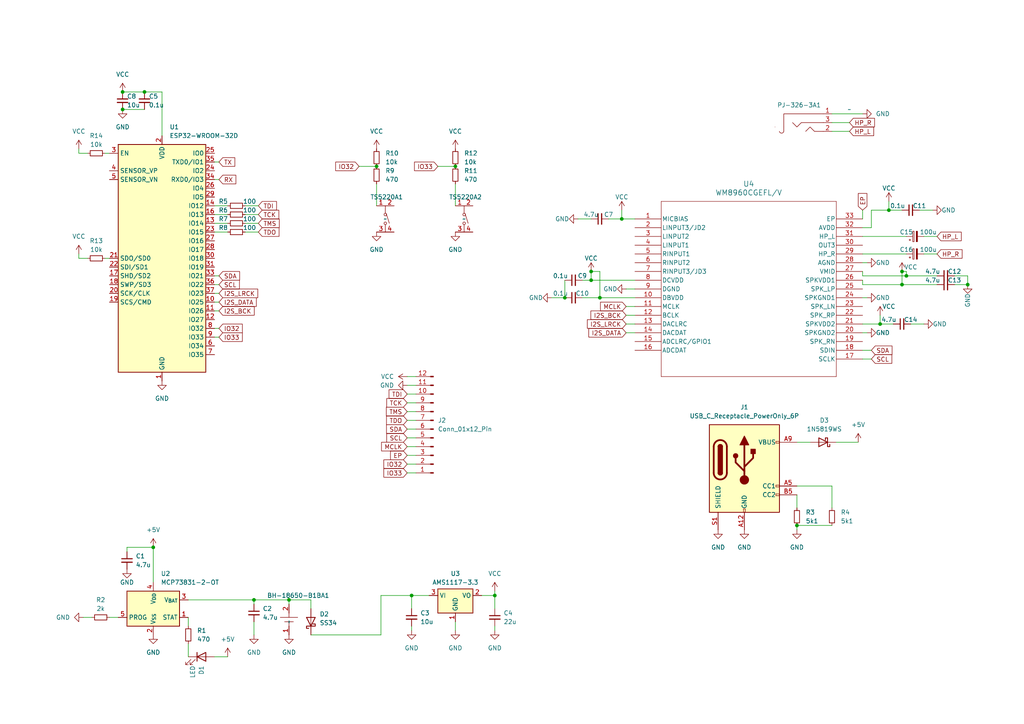
<source format=kicad_sch>
(kicad_sch (version 20230121) (generator eeschema)
  (paper "A4")
  (lib_symbols
    (symbol "2024-02-02_21-49-10:WM8960CGEFL_V" (pin_names (offset 0.254))
      (property "Reference" "U" (at 33.02 10.16 0))
      (property "Value" "WM8960CGEFL/V" (at 33.02 7.62 0))
      (symbol "WM8960CGEFL_V_0_1"
        (polyline (pts (xy 7.62 -45.72) (xy 58.42 -45.72)) (stroke (width 0.127)))
        (polyline (pts (xy 7.62 5.08) (xy 7.62 -45.72)) (stroke (width 0.127)))
        (polyline (pts (xy 58.42 -45.72) (xy 58.42 5.08)) (stroke (width 0.127)))
        (polyline (pts (xy 58.42 5.08) (xy 7.62 5.08)) (stroke (width 0.127)))
        (pin unspecified line (at 0 0 0) (length 7.62) (name "MICBIAS") (number "1"))
        (pin unspecified line (at 0 -22.86 0) (length 7.62) (name "DBVDD") (number "10"))
        (pin unspecified line (at 0 -25.4 0) (length 7.62) (name "MCLK") (number "11"))
        (pin unspecified line (at 0 -27.94 0) (length 7.62) (name "BCLK") (number "12"))
        (pin unspecified line (at 0 -30.48 0) (length 7.62) (name "DACLRC") (number "13"))
        (pin unspecified line (at 0 -33.02 0) (length 7.62) (name "DACDAT") (number "14"))
        (pin unspecified line (at 0 -35.56 0) (length 7.62) (name "ADCLRC/GPIO1") (number "15"))
        (pin unspecified line (at 0 -38.1 0) (length 7.62) (name "ADCDAT") (number "16"))
        (pin unspecified line (at 66.04 -40.64 180) (length 7.62) (name "SCLK") (number "17"))
        (pin unspecified line (at 66.04 -38.1 180) (length 7.62) (name "SDIN") (number "18"))
        (pin unspecified line (at 66.04 -35.56 180) (length 7.62) (name "SPK_RN") (number "19"))
        (pin unspecified line (at 0 -2.54 0) (length 7.62) (name "LINPUT3/JD2") (number "2"))
        (pin unspecified line (at 66.04 -33.02 180) (length 7.62) (name "SPKGND2") (number "20"))
        (pin unspecified line (at 66.04 -30.48 180) (length 7.62) (name "SPKVDD2") (number "21"))
        (pin unspecified line (at 66.04 -27.94 180) (length 7.62) (name "SPK_RP") (number "22"))
        (pin unspecified line (at 66.04 -25.4 180) (length 7.62) (name "SPK_LN") (number "23"))
        (pin unspecified line (at 66.04 -22.86 180) (length 7.62) (name "SPKGND1") (number "24"))
        (pin unspecified line (at 66.04 -20.32 180) (length 7.62) (name "SPK_LP") (number "25"))
        (pin unspecified line (at 66.04 -17.78 180) (length 7.62) (name "SPKVDD1") (number "26"))
        (pin unspecified line (at 66.04 -15.24 180) (length 7.62) (name "VMID") (number "27"))
        (pin unspecified line (at 66.04 -12.7 180) (length 7.62) (name "AGND") (number "28"))
        (pin unspecified line (at 66.04 -10.16 180) (length 7.62) (name "HP_R") (number "29"))
        (pin unspecified line (at 0 -5.08 0) (length 7.62) (name "LINPUT2") (number "3"))
        (pin unspecified line (at 66.04 -7.62 180) (length 7.62) (name "OUT3") (number "30"))
        (pin unspecified line (at 66.04 -5.08 180) (length 7.62) (name "HP_L") (number "31"))
        (pin unspecified line (at 66.04 -2.54 180) (length 7.62) (name "AVDD") (number "32"))
        (pin unspecified line (at 66.04 0 180) (length 7.62) (name "EP") (number "33"))
        (pin unspecified line (at 0 -7.62 0) (length 7.62) (name "LINPUT1") (number "4"))
        (pin unspecified line (at 0 -10.16 0) (length 7.62) (name "RINPUT1") (number "5"))
        (pin unspecified line (at 0 -12.7 0) (length 7.62) (name "RINPUT2") (number "6"))
        (pin unspecified line (at 0 -15.24 0) (length 7.62) (name "RINPUT3/JD3") (number "7"))
        (pin unspecified line (at 0 -17.78 0) (length 7.62) (name "DCVDD") (number "8"))
        (pin unspecified line (at 0 -20.32 0) (length 7.62) (name "DGND") (number "9"))
      )
    )
    (symbol "Battery_Management:MCP73831-2-OT"
      (property "Reference" "U" (at -7.62 6.35 0))
      (property "Value" "MCP73831-2-OT" (at 1.27 6.35 0))
      (symbol "MCP73831-2-OT_0_1"
        (rectangle (start -7.62 5.08) (end 7.62 -5.08) (stroke (width 0.254)) (fill (type background)))
      )
      (symbol "MCP73831-2-OT_1_1"
        (pin tri_state line (at 10.16 -2.54 180) (length 2.54) (name "STAT") (number "1"))
        (pin power_in line (at 0 -7.62 90) (length 2.54) (name "V_{SS}") (number "2"))
        (pin power_out line (at 10.16 2.54 180) (length 2.54) (name "V_{BAT}") (number "3"))
        (pin power_in line (at 0 7.62 270) (length 2.54) (name "V_{DD}") (number "4"))
        (pin input line (at -10.16 -2.54 0) (length 2.54) (name "PROG") (number "5"))
      )
    )
    (symbol "Connector:Conn_01x12_Pin" (pin_names (offset 1.016) hide)
      (property "Reference" "J" (at 0 15.24 0))
      (property "Value" "Conn_01x12_Pin" (at 0 -17.78 0))
      (symbol "Conn_01x12_Pin_1_1"
        (polyline (pts (xy 1.27 -15.24) (xy 0.8636 -15.24)) (stroke (width 0.1524)))
        (polyline (pts (xy 1.27 -12.7) (xy 0.8636 -12.7)) (stroke (width 0.1524)))
        (polyline (pts (xy 1.27 -10.16) (xy 0.8636 -10.16)) (stroke (width 0.1524)))
        (polyline (pts (xy 1.27 -7.62) (xy 0.8636 -7.62)) (stroke (width 0.1524)))
        (polyline (pts (xy 1.27 -5.08) (xy 0.8636 -5.08)) (stroke (width 0.1524)))
        (polyline (pts (xy 1.27 -2.54) (xy 0.8636 -2.54)) (stroke (width 0.1524)))
        (polyline (pts (xy 1.27 0) (xy 0.8636 0)) (stroke (width 0.1524)))
        (polyline (pts (xy 1.27 2.54) (xy 0.8636 2.54)) (stroke (width 0.1524)))
        (polyline (pts (xy 1.27 5.08) (xy 0.8636 5.08)) (stroke (width 0.1524)))
        (polyline (pts (xy 1.27 7.62) (xy 0.8636 7.62)) (stroke (width 0.1524)))
        (polyline (pts (xy 1.27 10.16) (xy 0.8636 10.16)) (stroke (width 0.1524)))
        (polyline (pts (xy 1.27 12.7) (xy 0.8636 12.7)) (stroke (width 0.1524)))
        (rectangle (start 0.8636 -15.113) (end 0 -15.367) (stroke (width 0.1524)) (fill (type outline)))
        (rectangle (start 0.8636 -12.573) (end 0 -12.827) (stroke (width 0.1524)) (fill (type outline)))
        (rectangle (start 0.8636 -10.033) (end 0 -10.287) (stroke (width 0.1524)) (fill (type outline)))
        (rectangle (start 0.8636 -7.493) (end 0 -7.747) (stroke (width 0.1524)) (fill (type outline)))
        (rectangle (start 0.8636 -4.953) (end 0 -5.207) (stroke (width 0.1524)) (fill (type outline)))
        (rectangle (start 0.8636 -2.413) (end 0 -2.667) (stroke (width 0.1524)) (fill (type outline)))
        (rectangle (start 0.8636 0.127) (end 0 -0.127) (stroke (width 0.1524)) (fill (type outline)))
        (rectangle (start 0.8636 2.667) (end 0 2.413) (stroke (width 0.1524)) (fill (type outline)))
        (rectangle (start 0.8636 5.207) (end 0 4.953) (stroke (width 0.1524)) (fill (type outline)))
        (rectangle (start 0.8636 7.747) (end 0 7.493) (stroke (width 0.1524)) (fill (type outline)))
        (rectangle (start 0.8636 10.287) (end 0 10.033) (stroke (width 0.1524)) (fill (type outline)))
        (rectangle (start 0.8636 12.827) (end 0 12.573) (stroke (width 0.1524)) (fill (type outline)))
        (pin passive line (at 5.08 12.7 180) (length 3.81) (name "Pin_1") (number "1"))
        (pin passive line (at 5.08 -10.16 180) (length 3.81) (name "Pin_10") (number "10"))
        (pin passive line (at 5.08 -12.7 180) (length 3.81) (name "Pin_11") (number "11"))
        (pin passive line (at 5.08 -15.24 180) (length 3.81) (name "Pin_12") (number "12"))
        (pin passive line (at 5.08 10.16 180) (length 3.81) (name "Pin_2") (number "2"))
        (pin passive line (at 5.08 7.62 180) (length 3.81) (name "Pin_3") (number "3"))
        (pin passive line (at 5.08 5.08 180) (length 3.81) (name "Pin_4") (number "4"))
        (pin passive line (at 5.08 2.54 180) (length 3.81) (name "Pin_5") (number "5"))
        (pin passive line (at 5.08 0 180) (length 3.81) (name "Pin_6") (number "6"))
        (pin passive line (at 5.08 -2.54 180) (length 3.81) (name "Pin_7") (number "7"))
        (pin passive line (at 5.08 -5.08 180) (length 3.81) (name "Pin_8") (number "8"))
        (pin passive line (at 5.08 -7.62 180) (length 3.81) (name "Pin_9") (number "9"))
      )
    )
    (symbol "Connector:USB_C_Receptacle_PowerOnly_6P" (pin_names (offset 1.016))
      (property "Reference" "J" (at 0 16.51 0))
      (property "Value" "USB_C_Receptacle_PowerOnly_6P" (at 0 13.97 0))
      (symbol "USB_C_Receptacle_PowerOnly_6P_0_0"
        (rectangle (start -0.254 -12.7) (end 0.254 -11.684))
        (rectangle (start 10.16 -7.366) (end 9.144 -7.874))
        (rectangle (start 10.16 -4.826) (end 9.144 -5.334))
        (rectangle (start 10.16 7.874) (end 9.144 7.366))
      )
      (symbol "USB_C_Receptacle_PowerOnly_6P_0_1"
        (rectangle (start -10.16 12.7) (end 10.16 -12.7) (stroke (width 0.254)) (fill (type background)))
        (arc (start -8.89 -1.27) (mid -6.985 -3.1667) (end -5.08 -1.27) (stroke (width 0.508)))
        (arc (start -7.62 -1.27) (mid -6.985 -1.9023) (end -6.35 -1.27) (stroke (width 0.254)))
        (arc (start -7.62 -1.27) (mid -6.985 -1.9023) (end -6.35 -1.27) (stroke (width 0.254)) (fill (type outline)))
        (rectangle (start -7.62 -1.27) (end -6.35 6.35) (stroke (width 0.254)) (fill (type outline)))
        (arc (start -6.35 6.35) (mid -6.985 6.9823) (end -7.62 6.35) (stroke (width 0.254)))
        (arc (start -6.35 6.35) (mid -6.985 6.9823) (end -7.62 6.35) (stroke (width 0.254)) (fill (type outline)))
        (arc (start -5.08 6.35) (mid -6.985 8.2467) (end -8.89 6.35) (stroke (width 0.508)))
        (circle (center -2.54 3.683) (radius 0.635) (stroke (width 0.254)) (fill (type outline)))
        (circle (center 0 -3.302) (radius 1.27) (fill (type outline)))
        (polyline (pts (xy -8.89 -1.27) (xy -8.89 6.35)) (stroke (width 0.508)))
        (polyline (pts (xy -5.08 6.35) (xy -5.08 -1.27)) (stroke (width 0.508)))
        (polyline (pts (xy 0 -3.302) (xy 0 6.858)) (stroke (width 0.508)))
        (polyline (pts (xy 0 -0.762) (xy -2.54 1.778) (xy -2.54 3.048)) (stroke (width 0.508)))
        (polyline (pts (xy 0 0.508) (xy 2.54 3.048) (xy 2.54 4.318)) (stroke (width 0.508)))
        (polyline (pts (xy -1.27 6.858) (xy 0 9.398) (xy 1.27 6.858) (xy -1.27 6.858)) (stroke (width 0.254)) (fill (type outline)))
        (rectangle (start 1.905 4.318) (end 3.175 5.588) (stroke (width 0.254)) (fill (type outline)))
      )
      (symbol "USB_C_Receptacle_PowerOnly_6P_1_1"
        (pin passive line (at 0 -17.78 90) (length 5.08) (name "GND") (number "A12"))
        (pin bidirectional line (at 15.24 -5.08 180) (length 5.08) (name "CC1") (number "A5"))
        (pin passive line (at 15.24 7.62 180) (length 5.08) (name "VBUS") (number "A9"))
        (pin passive line (at 0 -17.78 90) (length 5.08) hide (name "GND") (number "B12"))
        (pin bidirectional line (at 15.24 -7.62 180) (length 5.08) (name "CC2") (number "B5"))
        (pin passive line (at 15.24 7.62 180) (length 5.08) hide (name "VBUS") (number "B9"))
        (pin passive line (at -7.62 -17.78 90) (length 5.08) (name "SHIELD") (number "S1"))
      )
    )
    (symbol "Device:C_Polarized_Small" (pin_numbers hide) (pin_names (offset 0.254) hide)
      (property "Reference" "C" (at 0.254 1.778 0))
      (property "Value" "C_Polarized_Small" (at 0.254 -2.032 0))
      (symbol "C_Polarized_Small_0_1"
        (rectangle (start -1.524 -0.3048) (end 1.524 -0.6858) (fill (type outline)))
        (rectangle (start -1.524 0.6858) (end 1.524 0.3048))
        (polyline (pts (xy -1.27 1.524) (xy -0.762 1.524)))
        (polyline (pts (xy -1.016 1.27) (xy -1.016 1.778)))
      )
      (symbol "C_Polarized_Small_1_1"
        (pin passive line (at 0 2.54 270) (length 1.8542) (name "~") (number "1"))
        (pin passive line (at 0 -2.54 90) (length 1.8542) (name "~") (number "2"))
      )
    )
    (symbol "Device:C_Small" (pin_numbers hide) (pin_names (offset 0.254) hide)
      (property "Reference" "C" (at 0.254 1.778 0))
      (property "Value" "C_Small" (at 0.254 -2.032 0))
      (symbol "C_Small_0_1"
        (polyline (pts (xy -1.524 -0.508) (xy 1.524 -0.508)) (stroke (width 0.3302)))
        (polyline (pts (xy -1.524 0.508) (xy 1.524 0.508)) (stroke (width 0.3048)))
      )
      (symbol "C_Small_1_1"
        (pin passive line (at 0 2.54 270) (length 2.032) (name "~") (number "1"))
        (pin passive line (at 0 -2.54 90) (length 2.032) (name "~") (number "2"))
      )
    )
    (symbol "Device:LED" (pin_numbers hide) (pin_names (offset 1.016) hide)
      (property "Reference" "D" (at 0 2.54 0))
      (property "Value" "LED" (at 0 -2.54 0))
      (symbol "LED_0_1"
        (polyline (pts (xy -1.27 -1.27) (xy -1.27 1.27)) (stroke (width 0.254)))
        (polyline (pts (xy -1.27 0) (xy 1.27 0)))
        (polyline (pts (xy 1.27 -1.27) (xy 1.27 1.27) (xy -1.27 0) (xy 1.27 -1.27)) (stroke (width 0.254)))
        (polyline (pts (xy -3.048 -0.762) (xy -4.572 -2.286) (xy -3.81 -2.286) (xy -4.572 -2.286) (xy -4.572 -1.524)))
        (polyline (pts (xy -1.778 -0.762) (xy -3.302 -2.286) (xy -2.54 -2.286) (xy -3.302 -2.286) (xy -3.302 -1.524)))
      )
      (symbol "LED_1_1"
        (pin passive line (at -3.81 0 0) (length 2.54) (name "K") (number "1"))
        (pin passive line (at 3.81 0 180) (length 2.54) (name "A") (number "2"))
      )
    )
    (symbol "Device:R_Small" (pin_numbers hide) (pin_names (offset 0.254) hide)
      (property "Reference" "R" (at 0.762 0.508 0))
      (property "Value" "R_Small" (at 0.762 -1.016 0))
      (symbol "R_Small_0_1"
        (rectangle (start -0.762 1.778) (end 0.762 -1.778) (stroke (width 0.2032)))
      )
      (symbol "R_Small_1_1"
        (pin passive line (at 0 2.54 270) (length 0.762) (name "~") (number "1"))
        (pin passive line (at 0 -2.54 90) (length 0.762) (name "~") (number "2"))
      )
    )
    (symbol "Diode:1N5819WS" (pin_numbers hide) (pin_names (offset 1.016) hide)
      (property "Reference" "D" (at 0 2.54 0))
      (property "Value" "1N5819WS" (at 0 -2.54 0))
      (symbol "1N5819WS_0_1"
        (polyline (pts (xy 1.27 0) (xy -1.27 0)))
        (polyline (pts (xy 1.27 1.27) (xy 1.27 -1.27) (xy -1.27 0) (xy 1.27 1.27)) (stroke (width 0.254)))
        (polyline (pts (xy -1.905 0.635) (xy -1.905 1.27) (xy -1.27 1.27) (xy -1.27 -1.27) (xy -0.635 -1.27) (xy -0.635 -0.635)) (stroke (width 0.254)))
      )
      (symbol "1N5819WS_1_1"
        (pin passive line (at -3.81 0 0) (length 2.54) (name "K") (number "1"))
        (pin passive line (at 3.81 0 180) (length 2.54) (name "A") (number "2"))
      )
    )
    (symbol "PJ-326-3A_1"
      (property "Reference" "PJ-326-3A" (at -6.35 5.08 0))
      (symbol "PJ-326-3A_1_0_1"
        (arc (start -15.24 -1.27) (mid -15.24 -1.27) (end -15.24 -1.27))
        (arc (start -13.97 -2.54) (mid -13.335 -3.0597) (end -12.7 -2.54))
        (polyline (pts (xy -12.7 -1.27) (xy -12.7 -2.54)))
        (polyline (pts (xy -1.27 2.54) (xy -12.7 2.54) (xy -12.7 -1.27)))
        (polyline (pts (xy -1.27 -2.54) (xy -3.81 -2.54) (xy -5.08 -1.27) (xy -6.35 -2.54)))
        (polyline (pts (xy -1.27 0) (xy -7.62 0) (xy -8.89 -1.27) (xy -10.16 0) (xy -10.16 0)))
      )
      (symbol "PJ-326-3A_1_1_1"
        (pin input line (at 1.27 2.54 180) (length 2.54) (name "") (number "1"))
        (pin input line (at 1.27 -2.54 180) (length 2.54) (name "") (number "2"))
        (pin input line (at 1.27 0 180) (length 2.54) (name "") (number "3"))
      )
    )
    (symbol "RF_Module:ESP32-WROOM-32D"
      (property "Reference" "U" (at -12.7 34.29 0))
      (property "Value" "ESP32-WROOM-32D" (at 1.27 34.29 0))
      (symbol "ESP32-WROOM-32D_0_1"
        (rectangle (start -12.7 33.02) (end 12.7 -33.02) (stroke (width 0.254)) (fill (type background)))
      )
      (symbol "ESP32-WROOM-32D_1_1"
        (pin power_in line (at 0 -35.56 90) (length 2.54) (name "GND") (number "1"))
        (pin bidirectional line (at 15.24 -12.7 180) (length 2.54) (name "IO25") (number "10"))
        (pin bidirectional line (at 15.24 -15.24 180) (length 2.54) (name "IO26") (number "11"))
        (pin bidirectional line (at 15.24 -17.78 180) (length 2.54) (name "IO27") (number "12"))
        (pin bidirectional line (at 15.24 10.16 180) (length 2.54) (name "IO14") (number "13"))
        (pin bidirectional line (at 15.24 15.24 180) (length 2.54) (name "IO12") (number "14"))
        (pin passive line (at 0 -35.56 90) (length 2.54) hide (name "GND") (number "15"))
        (pin bidirectional line (at 15.24 12.7 180) (length 2.54) (name "IO13") (number "16"))
        (pin bidirectional line (at -15.24 -5.08 0) (length 2.54) (name "SHD/SD2") (number "17"))
        (pin bidirectional line (at -15.24 -7.62 0) (length 2.54) (name "SWP/SD3") (number "18"))
        (pin bidirectional line (at -15.24 -12.7 0) (length 2.54) (name "SCS/CMD") (number "19"))
        (pin power_in line (at 0 35.56 270) (length 2.54) (name "VDD") (number "2"))
        (pin bidirectional line (at -15.24 -10.16 0) (length 2.54) (name "SCK/CLK") (number "20"))
        (pin bidirectional line (at -15.24 0 0) (length 2.54) (name "SDO/SD0") (number "21"))
        (pin bidirectional line (at -15.24 -2.54 0) (length 2.54) (name "SDI/SD1") (number "22"))
        (pin bidirectional line (at 15.24 7.62 180) (length 2.54) (name "IO15") (number "23"))
        (pin bidirectional line (at 15.24 25.4 180) (length 2.54) (name "IO2") (number "24"))
        (pin bidirectional line (at 15.24 30.48 180) (length 2.54) (name "IO0") (number "25"))
        (pin bidirectional line (at 15.24 20.32 180) (length 2.54) (name "IO4") (number "26"))
        (pin bidirectional line (at 15.24 5.08 180) (length 2.54) (name "IO16") (number "27"))
        (pin bidirectional line (at 15.24 2.54 180) (length 2.54) (name "IO17") (number "28"))
        (pin bidirectional line (at 15.24 17.78 180) (length 2.54) (name "IO5") (number "29"))
        (pin input line (at -15.24 30.48 0) (length 2.54) (name "EN") (number "3"))
        (pin bidirectional line (at 15.24 0 180) (length 2.54) (name "IO18") (number "30"))
        (pin bidirectional line (at 15.24 -2.54 180) (length 2.54) (name "IO19") (number "31"))
        (pin no_connect line (at -12.7 -27.94 0) (length 2.54) hide (name "NC") (number "32"))
        (pin bidirectional line (at 15.24 -5.08 180) (length 2.54) (name "IO21") (number "33"))
        (pin bidirectional line (at 15.24 22.86 180) (length 2.54) (name "RXD0/IO3") (number "34"))
        (pin bidirectional line (at 15.24 27.94 180) (length 2.54) (name "TXD0/IO1") (number "35"))
        (pin bidirectional line (at 15.24 -7.62 180) (length 2.54) (name "IO22") (number "36"))
        (pin bidirectional line (at 15.24 -10.16 180) (length 2.54) (name "IO23") (number "37"))
        (pin passive line (at 0 -35.56 90) (length 2.54) hide (name "GND") (number "38"))
        (pin passive line (at 0 -35.56 90) (length 2.54) hide (name "GND") (number "39"))
        (pin input line (at -15.24 25.4 0) (length 2.54) (name "SENSOR_VP") (number "4"))
        (pin input line (at -15.24 22.86 0) (length 2.54) (name "SENSOR_VN") (number "5"))
        (pin input line (at 15.24 -25.4 180) (length 2.54) (name "IO34") (number "6"))
        (pin input line (at 15.24 -27.94 180) (length 2.54) (name "IO35") (number "7"))
        (pin bidirectional line (at 15.24 -20.32 180) (length 2.54) (name "IO32") (number "8"))
        (pin bidirectional line (at 15.24 -22.86 180) (length 2.54) (name "IO33") (number "9"))
      )
    )
    (symbol "Regulator_Linear:AMS1117-3.3"
      (property "Reference" "U" (at -3.81 3.175 0))
      (property "Value" "AMS1117-3.3" (at 0 3.175 0))
      (symbol "AMS1117-3.3_0_1"
        (rectangle (start -5.08 -5.08) (end 5.08 1.905) (stroke (width 0.254)) (fill (type background)))
      )
      (symbol "AMS1117-3.3_1_1"
        (pin power_in line (at 0 -7.62 90) (length 2.54) (name "GND") (number "1"))
        (pin power_out line (at 7.62 0 180) (length 2.54) (name "VO") (number "2"))
        (pin power_in line (at -7.62 0 0) (length 2.54) (name "VI") (number "3"))
      )
    )
    (symbol "imported:BH-18650-B1BA002"
      (property "Reference" "BH-18650-B1BA002" (at 0 5.08 0))
      (property "Footprint" "imported:BH-18650-B1BA002" (at 0 7.62 0))
      (symbol "BH-18650-B1BA002_0_1"
        (polyline (pts (xy -1.27 0) (xy 0 0) (xy 0 1.27) (xy 0 -1.27)))
        (polyline (pts (xy 1.27 2.54) (xy 1.27 -2.54) (xy 1.27 0) (xy 2.54 0)))
      )
      (symbol "BH-18650-B1BA002_1_1"
        (pin unspecified line (at -3.81 0 0) (length 2.54) (name "") (number "1"))
        (pin power_out line (at 5.08 0 180) (length 2.54) (name "") (number "2"))
      )
    )
    (symbol "imported:SS34" (pin_numbers hide) (pin_names (offset 1.016) hide)
      (property "Reference" "D" (at 0 2.54 0))
      (property "Value" "SS34" (at 0 -2.54 0))
      (property "Footprint" "imported:SS34" (at 0 5.08 0))
      (symbol "SS34_0_1"
        (polyline (pts (xy 1.27 0) (xy -1.27 0)))
        (polyline (pts (xy 1.27 1.27) (xy 1.27 -1.27) (xy -1.27 0) (xy 1.27 1.27)) (stroke (width 0.254)))
        (polyline (pts (xy -1.905 0.635) (xy -1.905 1.27) (xy -1.27 1.27) (xy -1.27 -1.27) (xy -0.635 -1.27) (xy -0.635 -0.635)) (stroke (width 0.254)))
      )
      (symbol "SS34_1_1"
        (pin passive line (at -3.81 0 0) (length 2.54) (name "K") (number "1"))
        (pin passive line (at 3.81 0 180) (length 2.54) (name "A") (number "2"))
      )
    )
    (symbol "imported:TS5220A"
      (property "Reference" "TS5220A" (at 0 6.35 0))
      (symbol "TS5220A_0_1"
        (circle (center 0 -1.27) (radius 0.3742))
        (polyline (pts (xy 0 -3.81) (xy -0.0136 -1.688)))
        (polyline (pts (xy 0 3.81) (xy -0.0136 1.6447)))
        (polyline (pts (xy 0.2543 1.5585) (xy 1.156 -1.2548)))
        (circle (center 0 1.27) (radius 0.3742))
      )
      (symbol "TS5220A_1_1"
        (pin input line (at -2.54 3.81 0) (length 2.54) (name "") (number "1"))
        (pin input line (at 2.54 3.81 180) (length 2.54) (name "") (number "2"))
        (pin input line (at -2.54 -3.81 0) (length 2.54) (name "") (number "3"))
        (pin input line (at 2.54 -3.81 180) (length 2.54) (name "") (number "4"))
      )
    )
    (symbol "power:+5V" (power) (pin_names (offset 0))
      (property "Value" "+5V" (at 0 3.556 0))
      (symbol "+5V_0_1"
        (polyline (pts (xy -0.762 1.27) (xy 0 2.54)))
        (polyline (pts (xy 0 0) (xy 0 2.54)))
        (polyline (pts (xy 0 2.54) (xy 0.762 1.27)))
      )
      (symbol "+5V_1_1"
        (pin power_in line (at 0 0 90) (length 0) hide (name "+5V") (number "1"))
      )
    )
    (symbol "power:GND" (power) (pin_names (offset 0))
      (property "Value" "GND" (at 0 -3.81 0))
      (symbol "GND_0_1"
        (polyline (pts (xy 0 0) (xy 0 -1.27) (xy 1.27 -1.27) (xy 0 -2.54) (xy -1.27 -1.27) (xy 0 -1.27)))
      )
      (symbol "GND_1_1"
        (pin power_in line (at 0 0 270) (length 0) hide (name "GND") (number "1"))
      )
    )
    (symbol "power:VCC" (power) (pin_names (offset 0))
      (property "Value" "VCC" (at 0 3.81 0))
      (symbol "VCC_0_1"
        (polyline (pts (xy -0.762 1.27) (xy 0 2.54)))
        (polyline (pts (xy 0 0) (xy 0 2.54)))
        (polyline (pts (xy 0 2.54) (xy 0.762 1.27)))
      )
      (symbol "VCC_1_1"
        (pin power_in line (at 0 0 90) (length 0) hide (name "VCC") (number "1"))
      )
    )
  )
  (junction (at 261.62 78.74))
  (junction (at 261.62 82.55))
  (junction (at 132.08 48.26))
  (junction (at 280.67 82.55))
  (junction (at 180.34 63.5))
  (junction (at 143.51 172.72))
  (junction (at 41.91 26.67))
  (junction (at 35.56 31.75))
  (junction (at 257.81 60.96))
  (junction (at 119.38 172.72))
  (junction (at 44.45 158.75))
  (junction (at 262.89 80.01))
  (junction (at 83.82 173.99))
  (junction (at 73.66 173.99))
  (junction (at 231.14 152.4))
  (junction (at 109.22 48.26))
  (junction (at 173.99 86.36))
  (junction (at 255.27 93.98))
  (junction (at 35.56 26.67))
  (junction (at 163.83 86.36))
  (junction (at 171.45 81.28))
  (junction (at 171.45 78.74))
  (wire (pts (xy 250.19 82.55) (xy 250.19 81.28)))
  (wire (pts (xy 54.61 179.07) (xy 54.61 181.61)))
  (wire (pts (xy 110.49 172.72) (xy 119.38 172.72)))
  (wire (pts (xy 73.66 173.99) (xy 73.66 175.26)))
  (wire (pts (xy 109.22 53.34) (xy 109.22 59.69)))
  (wire (pts (xy 54.61 173.99) (xy 73.66 173.99)))
  (wire (pts (xy 266.7 60.96) (xy 270.51 60.96)))
  (wire (pts (xy 173.99 78.74) (xy 173.99 86.36)))
  (wire (pts (xy 62.23 82.55) (xy 63.5 82.55)))
  (wire (pts (xy 31.75 179.07) (xy 34.29 179.07)))
  (wire (pts (xy 250.19 86.36) (xy 251.46 86.36)))
  (wire (pts (xy 143.51 172.72) (xy 143.51 176.53)))
  (wire (pts (xy 261.62 60.96) (xy 257.81 60.96)))
  (wire (pts (xy 44.45 158.75) (xy 44.45 168.91)))
  (wire (pts (xy 71.12 62.23) (xy 74.93 62.23)))
  (wire (pts (xy 250.19 73.66) (xy 262.89 73.66)))
  (wire (pts (xy 66.04 67.31) (xy 62.23 67.31)))
  (wire (pts (xy 257.81 58.42) (xy 257.81 60.96)))
  (wire (pts (xy 262.89 78.74) (xy 261.62 78.74)))
  (wire (pts (xy 119.38 181.61) (xy 119.38 182.88)))
  (wire (pts (xy 71.12 67.31) (xy 74.93 67.31)))
  (wire (pts (xy 181.61 83.82) (xy 184.15 83.82)))
  (wire (pts (xy 30.48 44.45) (xy 31.75 44.45)))
  (wire (pts (xy 241.3 35.56) (xy 246.38 35.56)))
  (wire (pts (xy 276.86 80.01) (xy 280.67 80.01)))
  (wire (pts (xy 132.08 182.88) (xy 132.08 180.34)))
  (wire (pts (xy 181.61 96.52) (xy 184.15 96.52)))
  (wire (pts (xy 267.97 68.58) (xy 271.78 68.58)))
  (wire (pts (xy 119.38 172.72) (xy 119.38 176.53)))
  (wire (pts (xy 180.34 60.96) (xy 180.34 63.5)))
  (wire (pts (xy 83.82 173.99) (xy 73.66 173.99)))
  (wire (pts (xy 62.23 90.17) (xy 63.5 90.17)))
  (wire (pts (xy 90.17 176.53) (xy 90.17 173.99)))
  (wire (pts (xy 139.7 172.72) (xy 143.51 172.72)))
  (wire (pts (xy 250.19 76.2) (xy 251.46 76.2)))
  (wire (pts (xy 118.11 132.08) (xy 120.65 132.08)))
  (wire (pts (xy 35.56 26.67) (xy 41.91 26.67)))
  (wire (pts (xy 30.48 74.93) (xy 31.75 74.93)))
  (wire (pts (xy 257.81 60.96) (xy 252.73 60.96)))
  (wire (pts (xy 181.61 88.9) (xy 184.15 88.9)))
  (wire (pts (xy 261.62 78.74) (xy 261.62 82.55)))
  (wire (pts (xy 62.23 190.5) (xy 66.04 190.5)))
  (wire (pts (xy 168.91 86.36) (xy 173.99 86.36)))
  (wire (pts (xy 73.66 180.34) (xy 73.66 184.15)))
  (wire (pts (xy 181.61 93.98) (xy 184.15 93.98)))
  (wire (pts (xy 83.82 175.26) (xy 83.82 173.99)))
  (wire (pts (xy 118.11 119.38) (xy 120.65 119.38)))
  (wire (pts (xy 171.45 78.74) (xy 173.99 78.74)))
  (wire (pts (xy 66.04 64.77) (xy 62.23 64.77)))
  (wire (pts (xy 250.19 93.98) (xy 255.27 93.98)))
  (wire (pts (xy 118.11 127) (xy 120.65 127)))
  (wire (pts (xy 127 48.26) (xy 132.08 48.26)))
  (wire (pts (xy 250.19 96.52) (xy 251.46 96.52)))
  (wire (pts (xy 24.13 179.07) (xy 26.67 179.07)))
  (wire (pts (xy 46.99 39.37) (xy 46.99 26.67)))
  (wire (pts (xy 264.16 93.98) (xy 267.97 93.98)))
  (wire (pts (xy 118.11 121.92) (xy 120.65 121.92)))
  (wire (pts (xy 66.04 59.69) (xy 62.23 59.69)))
  (wire (pts (xy 171.45 81.28) (xy 184.15 81.28)))
  (wire (pts (xy 66.04 62.23) (xy 62.23 62.23)))
  (wire (pts (xy 22.86 74.93) (xy 25.4 74.93)))
  (wire (pts (xy 250.19 68.58) (xy 262.89 68.58)))
  (wire (pts (xy 250.19 104.14) (xy 252.73 104.14)))
  (wire (pts (xy 118.11 109.22) (xy 120.65 109.22)))
  (wire (pts (xy 231.14 152.4) (xy 241.3 152.4)))
  (wire (pts (xy 36.83 160.02) (xy 36.83 158.75)))
  (wire (pts (xy 22.86 44.45) (xy 25.4 44.45)))
  (wire (pts (xy 118.11 116.84) (xy 120.65 116.84)))
  (wire (pts (xy 71.12 59.69) (xy 74.93 59.69)))
  (wire (pts (xy 110.49 184.15) (xy 110.49 172.72)))
  (wire (pts (xy 36.83 158.75) (xy 44.45 158.75)))
  (wire (pts (xy 250.19 60.96) (xy 250.19 63.5)))
  (wire (pts (xy 143.51 181.61) (xy 143.51 182.88)))
  (wire (pts (xy 119.38 172.72) (xy 124.46 172.72)))
  (wire (pts (xy 181.61 91.44) (xy 184.15 91.44)))
  (wire (pts (xy 171.45 78.74) (xy 171.45 81.28)))
  (wire (pts (xy 255.27 91.44) (xy 255.27 93.98)))
  (wire (pts (xy 62.23 95.25) (xy 63.5 95.25)))
  (wire (pts (xy 41.91 26.67) (xy 46.99 26.67)))
  (wire (pts (xy 261.62 82.55) (xy 271.78 82.55)))
  (wire (pts (xy 241.3 33.02) (xy 250.19 33.02)))
  (wire (pts (xy 250.19 82.55) (xy 261.62 82.55)))
  (wire (pts (xy 54.61 186.69) (xy 54.61 190.5)))
  (wire (pts (xy 280.67 80.01) (xy 280.67 82.55)))
  (wire (pts (xy 62.23 46.99) (xy 63.5 46.99)))
  (wire (pts (xy 143.51 172.72) (xy 143.51 171.45)))
  (wire (pts (xy 242.57 128.27) (xy 248.92 128.27)))
  (wire (pts (xy 62.23 97.79) (xy 63.5 97.79)))
  (wire (pts (xy 118.11 137.16) (xy 120.65 137.16)))
  (wire (pts (xy 250.19 101.6) (xy 252.73 101.6)))
  (wire (pts (xy 62.23 52.07) (xy 63.5 52.07)))
  (wire (pts (xy 252.73 60.96) (xy 252.73 66.04)))
  (wire (pts (xy 262.89 80.01) (xy 271.78 80.01)))
  (wire (pts (xy 90.17 184.15) (xy 110.49 184.15)))
  (wire (pts (xy 231.14 128.27) (xy 234.95 128.27)))
  (wire (pts (xy 132.08 53.34) (xy 132.08 59.69)))
  (wire (pts (xy 255.27 93.98) (xy 259.08 93.98)))
  (wire (pts (xy 104.14 48.26) (xy 109.22 48.26)))
  (wire (pts (xy 276.86 82.55) (xy 280.67 82.55)))
  (wire (pts (xy 231.14 152.4) (xy 231.14 153.67)))
  (wire (pts (xy 262.89 78.74) (xy 262.89 80.01)))
  (wire (pts (xy 90.17 173.99) (xy 83.82 173.99)))
  (wire (pts (xy 118.11 114.3) (xy 120.65 114.3)))
  (wire (pts (xy 118.11 124.46) (xy 120.65 124.46)))
  (wire (pts (xy 71.12 64.77) (xy 74.93 64.77)))
  (wire (pts (xy 35.56 31.75) (xy 41.91 31.75)))
  (wire (pts (xy 176.53 63.5) (xy 180.34 63.5)))
  (wire (pts (xy 267.97 73.66) (xy 271.78 73.66)))
  (wire (pts (xy 62.23 85.09) (xy 63.5 85.09)))
  (wire (pts (xy 118.11 134.62) (xy 120.65 134.62)))
  (wire (pts (xy 118.11 111.76) (xy 120.65 111.76)))
  (wire (pts (xy 62.23 80.01) (xy 63.5 80.01)))
  (wire (pts (xy 22.86 43.18) (xy 22.86 44.45)))
  (wire (pts (xy 250.19 80.01) (xy 250.19 78.74)))
  (wire (pts (xy 231.14 140.97) (xy 241.3 140.97)))
  (wire (pts (xy 180.34 63.5) (xy 184.15 63.5)))
  (wire (pts (xy 250.19 80.01) (xy 262.89 80.01)))
  (wire (pts (xy 22.86 73.66) (xy 22.86 74.93)))
  (wire (pts (xy 160.02 86.36) (xy 163.83 86.36)))
  (wire (pts (xy 241.3 38.1) (xy 246.38 38.1)))
  (wire (pts (xy 252.73 66.04) (xy 250.19 66.04)))
  (wire (pts (xy 62.23 87.63) (xy 63.5 87.63)))
  (wire (pts (xy 163.83 81.28) (xy 163.83 86.36)))
  (wire (pts (xy 118.11 129.54) (xy 120.65 129.54)))
  (wire (pts (xy 241.3 140.97) (xy 241.3 147.32)))
  (wire (pts (xy 168.91 81.28) (xy 171.45 81.28)))
  (wire (pts (xy 231.14 143.51) (xy 231.14 147.32)))
  (wire (pts (xy 167.64 63.5) (xy 171.45 63.5)))
  (wire (pts (xy 173.99 86.36) (xy 184.15 86.36)))
  (global_label "IO33" (shape input) (at 127 48.26 180) (property "Intersheetrefs" "${INTERSHEET_REFS}" (effects hide)))
  (global_label "IO32" (shape input) (at 63.5 95.25 0) (property "Intersheetrefs" "${INTERSHEET_REFS}" (effects hide)))
  (global_label "I2S_DATA" (shape input) (at 181.61 96.52 180) (property "Intersheetrefs" "${INTERSHEET_REFS}" (effects hide)))
  (global_label "SDA" (shape input) (at 63.5 80.01 0) (property "Intersheetrefs" "${INTERSHEET_REFS}" (effects hide)))
  (global_label "I2S_DATA" (shape input) (at 63.5 87.63 0) (property "Intersheetrefs" "${INTERSHEET_REFS}" (effects hide)))
  (global_label "IO32" (shape input) (at 104.14 48.26 180) (property "Intersheetrefs" "${INTERSHEET_REFS}" (effects hide)))
  (global_label "TMS" (shape input) (at 74.93 64.77 0) (property "Intersheetrefs" "${INTERSHEET_REFS}" (effects hide)))
  (global_label "TX" (shape input) (at 63.5 46.99 0) (property "Intersheetrefs" "${INTERSHEET_REFS}" (effects hide)))
  (global_label "TCK" (shape input) (at 74.93 62.23 0) (property "Intersheetrefs" "${INTERSHEET_REFS}" (effects hide)))
  (global_label "TDI" (shape input) (at 118.11 114.3 180) (property "Intersheetrefs" "${INTERSHEET_REFS}" (effects hide)))
  (global_label "TCK" (shape input) (at 118.11 116.84 180) (property "Intersheetrefs" "${INTERSHEET_REFS}" (effects hide)))
  (global_label "TMS" (shape input) (at 118.11 119.38 180) (property "Intersheetrefs" "${INTERSHEET_REFS}" (effects hide)))
  (global_label "SCL" (shape input) (at 63.5 82.55 0) (property "Intersheetrefs" "${INTERSHEET_REFS}" (effects hide)))
  (global_label "SCL" (shape input) (at 118.11 127 180) (property "Intersheetrefs" "${INTERSHEET_REFS}" (effects hide)))
  (global_label "IO32" (shape input) (at 118.11 134.62 180) (property "Intersheetrefs" "${INTERSHEET_REFS}" (effects hide)))
  (global_label "RX" (shape input) (at 63.5 52.07 0) (property "Intersheetrefs" "${INTERSHEET_REFS}" (effects hide)))
  (global_label "I2S_LRCK" (shape input) (at 63.5 85.09 0) (property "Intersheetrefs" "${INTERSHEET_REFS}" (effects hide)))
  (global_label "EP" (shape input) (at 250.19 60.96 90) (property "Intersheetrefs" "${INTERSHEET_REFS}" (effects hide)))
  (global_label "I2S_BCK" (shape input) (at 181.61 91.44 180) (property "Intersheetrefs" "${INTERSHEET_REFS}" (effects hide)))
  (global_label "IO33" (shape input) (at 118.11 137.16 180) (property "Intersheetrefs" "${INTERSHEET_REFS}" (effects hide)))
  (global_label "I2S_LRCK" (shape input) (at 181.61 93.98 180) (property "Intersheetrefs" "${INTERSHEET_REFS}" (effects hide)))
  (global_label "SDA" (shape input) (at 118.11 124.46 180) (property "Intersheetrefs" "${INTERSHEET_REFS}" (effects hide)))
  (global_label "HP_L" (shape input) (at 271.78 68.58 0) (property "Intersheetrefs" "${INTERSHEET_REFS}" (effects hide)))
  (global_label "TDO" (shape input) (at 74.93 67.31 0) (property "Intersheetrefs" "${INTERSHEET_REFS}" (effects hide)))
  (global_label "HP_L" (shape input) (at 246.38 38.1 0) (property "Intersheetrefs" "${INTERSHEET_REFS}" (effects hide)))
  (global_label "SDA" (shape input) (at 252.73 101.6 0) (property "Intersheetrefs" "${INTERSHEET_REFS}" (effects hide)))
  (global_label "TDI" (shape input) (at 74.93 59.69 0) (property "Intersheetrefs" "${INTERSHEET_REFS}" (effects hide)))
  (global_label "TDO" (shape input) (at 118.11 121.92 180) (property "Intersheetrefs" "${INTERSHEET_REFS}" (effects hide)))
  (global_label "I2S_BCK" (shape input) (at 63.5 90.17 0) (property "Intersheetrefs" "${INTERSHEET_REFS}" (effects hide)))
  (global_label "IO33" (shape input) (at 63.5 97.79 0) (property "Intersheetrefs" "${INTERSHEET_REFS}" (effects hide)))
  (global_label "EP" (shape input) (at 118.11 132.08 180) (property "Intersheetrefs" "${INTERSHEET_REFS}" (effects hide)))
  (global_label "MCLK" (shape input) (at 118.11 129.54 180) (property "Intersheetrefs" "${INTERSHEET_REFS}" (effects hide)))
  (global_label "HP_R" (shape input) (at 246.38 35.56 0) (property "Intersheetrefs" "${INTERSHEET_REFS}" (effects hide)))
  (global_label "MCLK" (shape input) (at 181.61 88.9 180) (property "Intersheetrefs" "${INTERSHEET_REFS}" (effects hide)))
  (global_label "HP_R" (shape input) (at 271.78 73.66 0) (property "Intersheetrefs" "${INTERSHEET_REFS}" (effects hide)))
  (global_label "SCL" (shape input) (at 252.73 104.14 0) (property "Intersheetrefs" "${INTERSHEET_REFS}" (effects hide)))
  (symbol (lib_id "power:VCC") (at 143.51 171.45 0) (unit 1)
    (property "Reference" "#PWR021" (effects hide))
    (property "Value" "VCC" (at 143.51 166.37 0))
  )
  (symbol (lib_id "Device:R_Small") (at 68.58 67.31 90) (unit 1)
    (property "Reference" "R8" (at 64.77 66.04 90))
    (property "Value" "100" (at 72.39 66.04 90))
    (property "Footprint" "Resistor_SMD:R_0603_1608Metric" (effects hide))
  )
  (symbol (lib_id "Device:C_Small") (at 41.91 29.21 0) (unit 1)
    (property "Reference" "C5" (at 43.18 27.94 0) (effects (justify left)))
    (property "Value" "0.1u" (at 43.18 30.48 0) (effects (justify left)))
    (property "Footprint" "Capacitor_SMD:C_0603_1608Metric" (effects hide))
  )
  (symbol (lib_id "Device:R_Small") (at 241.3 149.86 0) (unit 1)
    (property "Reference" "R4" (at 243.84 148.59 0) (effects (justify left)))
    (property "Value" "5k1" (at 243.84 151.13 0) (effects (justify left)))
    (property "Footprint" "Resistor_SMD:R_0603_1608Metric" (effects hide))
  )
  (symbol (lib_id "RF_Module:ESP32-WROOM-32D") (at 46.99 74.93 0) (unit 1)
    (property "Reference" "U1" (at 49.1841 36.83 0) (effects (justify left)))
    (property "Value" "ESP32-WROOM-32D" (at 49.1841 39.37 0) (effects (justify left)))
    (property "Footprint" "RF_Module:ESP32-WROOM-32D" (effects hide))
    (property "Datasheet" "https://www.espressif.com/sites/default/files/documentation/esp32-wroom-32d_esp32-wroom-32u_datasheet_en.pdf" (effects hide))
  )
  (symbol (lib_id "imported:TS5220A") (at 111.76 63.5 0) (unit 1)
    (property "Reference" "TS5220A1" (at 112.1509 57.15 0))
    (property "Value" "~" (at 111.76 63.5 0))
    (property "Footprint" "imported:TS5220A" (effects hide))
  )
  (symbol (lib_id "power:GND") (at 36.83 165.1 0) (unit 1)
    (property "Reference" "#PWR014" (effects hide))
    (property "Value" "GND" (at 36.83 168.91 0))
  )
  (symbol (lib_id "power:+5V") (at 66.04 190.5 0) (unit 1)
    (property "Reference" "#PWR017" (effects hide))
    (property "Value" "+5V" (at 66.04 185.42 0))
  )
  (symbol (lib_id "Device:LED") (at 58.42 190.5 0) (unit 1)
    (property "Reference" "D1" (at 58.42 193.04 90) (effects (justify right)))
    (property "Value" "LED" (at 55.88 193.04 90) (effects (justify right)))
    (property "Footprint" "LED_SMD:LED_0603_1608Metric" (effects hide))
  )
  (symbol (lib_id "power:GND") (at 267.97 93.98 90) (unit 1)
    (property "Reference" "#PWR028" (effects hide))
    (property "Value" "GND" (at 270.51 93.98 90) (effects (justify right)))
  )
  (symbol (lib_id "imported:TS5220A") (at 134.62 63.5 0) (unit 1)
    (property "Reference" "TS5220A2" (at 135.0109 57.15 0))
    (property "Value" "~" (at 134.62 63.5 0))
    (property "Footprint" "imported:TS5220A" (effects hide))
  )
  (symbol (lib_id "Device:C_Small") (at 264.16 60.96 90) (unit 1)
    (property "Reference" "C11" (at 266.7 59.69 90))
    (property "Value" "0.1u" (at 260.35 59.69 90))
    (property "Footprint" "Capacitor_SMD:C_0603_1608Metric" (effects hide))
  )
  (symbol (lib_id "Device:C_Small") (at 35.56 29.21 0) (unit 1)
    (property "Reference" "C8" (at 36.83 27.94 0) (effects (justify left)))
    (property "Value" "10u" (at 36.83 30.48 0) (effects (justify left)))
    (property "Footprint" "Capacitor_SMD:C_0603_1608Metric" (effects hide))
  )
  (symbol (lib_id "power:GND") (at 208.28 153.67 0) (unit 1)
    (property "Reference" "#PWR09" (effects hide))
    (property "Value" "GND" (at 208.28 158.75 0))
  )
  (symbol (lib_id "power:VCC") (at 171.45 78.74 0) (unit 1)
    (property "Reference" "#PWR031" (effects hide))
    (property "Value" "VCC" (at 171.45 74.93 0))
  )
  (symbol (lib_id "power:GND") (at 44.45 184.15 0) (unit 1)
    (property "Reference" "#PWR015" (effects hide))
    (property "Value" "GND" (at 44.45 189.23 0))
  )
  (symbol (lib_name "PJ-326-3A_1") (lib_id "imported:PJ-326-3A") (at 240.03 35.56 0) (unit 1)
    (property "Reference" "PJ-326-3A1" (at 231.7749 30.48 0))
    (property "Value" "~" (at 246.38 31.75 0))
    (property "Footprint" "imported:PJ-326-3A" (effects hide))
  )
  (symbol (lib_id "2024-02-02_21-49-10:WM8960CGEFL_V") (at 184.15 63.5 0) (unit 1)
    (property "Reference" "U4" (at 217.17 53.34 0) (effects (font (size 1.524 1.524))))
    (property "Value" "WM8960CGEFL/V" (at 217.17 55.88 0) (effects (font (size 1.524 1.524))))
    (property "Footprint" "WM8960CGEFL/V_CIR" (effects hide))
    (property "Datasheet" "WM8960CGEFL/V" (effects hide))
  )
  (symbol (lib_id "Device:R_Small") (at 54.61 184.15 0) (unit 1)
    (property "Reference" "R1" (at 57.15 182.88 0) (effects (justify left)))
    (property "Value" "470" (at 57.15 185.42 0) (effects (justify left)))
    (property "Footprint" "Resistor_SMD:R_0603_1608Metric" (effects hide))
  )
  (symbol (lib_id "Device:R_Small") (at 132.08 45.72 0) (unit 1)
    (property "Reference" "R12" (at 134.62 44.45 0) (effects (justify left)))
    (property "Value" "10k" (at 134.62 46.99 0) (effects (justify left)))
    (property "Footprint" "Resistor_SMD:R_0603_1608Metric" (effects hide))
  )
  (symbol (lib_id "Device:C_Small") (at 274.32 80.01 90) (unit 1)
    (property "Reference" "C12" (at 276.86 78.74 90))
    (property "Value" "4.7u" (at 270.51 78.74 90))
    (property "Footprint" "Capacitor_SMD:C_0603_1608Metric" (effects hide))
  )
  (symbol (lib_id "Device:R_Small") (at 231.14 149.86 0) (unit 1)
    (property "Reference" "R3" (at 233.68 148.59 0) (effects (justify left)))
    (property "Value" "5k1" (at 233.68 151.13 0) (effects (justify left)))
    (property "Footprint" "Resistor_SMD:R_0603_1608Metric" (effects hide))
  )
  (symbol (lib_id "Device:C_Small") (at 173.99 63.5 90) (unit 1)
    (property "Reference" "C7" (at 176.53 62.23 90))
    (property "Value" "4.7u" (at 171.45 62.23 90))
    (property "Footprint" "Capacitor_SMD:C_0603_1608Metric" (effects hide))
  )
  (symbol (lib_id "Device:C_Small") (at 261.62 93.98 90) (unit 1)
    (property "Reference" "C14" (at 264.16 92.71 90))
    (property "Value" "4.7u" (at 257.81 92.71 90))
    (property "Footprint" "Capacitor_SMD:C_0603_1608Metric" (effects hide))
  )
  (symbol (lib_id "Device:C_Small") (at 73.66 177.8 0) (unit 1)
    (property "Reference" "C2" (at 76.2 176.5363 0) (effects (justify left)))
    (property "Value" "4.7u" (at 76.2 179.0763 0) (effects (justify left)))
    (property "Footprint" "Capacitor_SMD:C_0603_1608Metric" (effects hide))
  )
  (symbol (lib_id "Device:R_Small") (at 68.58 64.77 90) (unit 1)
    (property "Reference" "R7" (at 64.77 63.5 90))
    (property "Value" "100" (at 72.39 63.5 90))
    (property "Footprint" "Resistor_SMD:R_0603_1608Metric" (effects hide))
  )
  (symbol (lib_id "power:GND") (at 250.19 33.02 90) (unit 1)
    (property "Reference" "#PWR024" (effects hide))
    (property "Value" "GND" (at 254 33.02 90) (effects (justify right)))
  )
  (symbol (lib_id "power:GND") (at 132.08 182.88 0) (unit 1)
    (property "Reference" "#PWR020" (effects hide))
    (property "Value" "GND" (at 132.08 187.96 0))
  )
  (symbol (lib_id "Device:C_Small") (at 166.37 86.36 90) (unit 1)
    (property "Reference" "C10" (at 168.91 85.09 90))
    (property "Value" "0.1u" (at 162.56 85.09 90))
    (property "Footprint" "Capacitor_SMD:C_0603_1608Metric" (effects hide))
  )
  (symbol (lib_id "power:GND") (at 280.67 82.55 0) (unit 1)
    (property "Reference" "#PWR027" (effects hide))
    (property "Value" "GND" (at 280.67 85.09 90) (effects (justify right)))
  )
  (symbol (lib_id "Device:R_Small") (at 27.94 44.45 90) (unit 1)
    (property "Reference" "R14" (at 27.94 39.37 90))
    (property "Value" "10k" (at 27.94 41.91 90))
    (property "Footprint" "Resistor_SMD:R_0603_1608Metric" (effects hide))
  )
  (symbol (lib_id "power:GND") (at 181.61 83.82 270) (unit 1)
    (property "Reference" "#PWR035" (effects hide))
    (property "Value" "GND" (at 179.07 83.82 90) (effects (justify right)))
  )
  (symbol (lib_id "power:GND") (at 109.22 67.31 0) (unit 1)
    (property "Reference" "#PWR07" (effects hide))
    (property "Value" "GND" (at 109.22 72.39 0))
  )
  (symbol (lib_id "power:VCC") (at 109.22 43.18 0) (unit 1)
    (property "Reference" "#PWR04" (effects hide))
    (property "Value" "VCC" (at 109.22 38.1 0))
  )
  (symbol (lib_id "power:VCC") (at 22.86 73.66 0) (unit 1)
    (property "Reference" "#PWR042" (effects hide))
    (property "Value" "VCC" (at 22.86 68.58 0))
  )
  (symbol (lib_id "power:GND") (at 35.56 31.75 0) (unit 1)
    (property "Reference" "#PWR02" (effects hide))
    (property "Value" "GND" (at 35.56 36.83 0))
  )
  (symbol (lib_id "power:GND") (at 119.38 182.88 0) (unit 1)
    (property "Reference" "#PWR022" (effects hide))
    (property "Value" "GND" (at 119.38 187.96 0))
  )
  (symbol (lib_id "power:GND") (at 132.08 67.31 0) (unit 1)
    (property "Reference" "#PWR08" (effects hide))
    (property "Value" "GND" (at 132.08 72.39 0))
  )
  (symbol (lib_id "power:+5V") (at 44.45 158.75 0) (unit 1)
    (property "Reference" "#PWR013" (effects hide))
    (property "Value" "+5V" (at 44.45 153.67 0))
  )
  (symbol (lib_id "power:GND") (at 160.02 86.36 270) (unit 1)
    (property "Reference" "#PWR029" (effects hide))
    (property "Value" "GND" (at 157.48 86.36 90) (effects (justify right)))
  )
  (symbol (lib_id "power:GND") (at 118.11 111.76 270) (unit 1)
    (property "Reference" "#PWR040" (effects hide))
    (property "Value" "GND" (at 114.3 111.76 90) (effects (justify right)))
  )
  (symbol (lib_id "power:VCC") (at 118.11 109.22 90) (unit 1)
    (property "Reference" "#PWR039" (effects hide))
    (property "Value" "VCC" (at 114.3 109.22 90) (effects (justify left)))
  )
  (symbol (lib_id "Device:C_Small") (at 36.83 162.56 0) (unit 1)
    (property "Reference" "C1" (at 39.37 161.2963 0) (effects (justify left)))
    (property "Value" "4.7u" (at 39.37 163.8363 0) (effects (justify left)))
    (property "Footprint" "Capacitor_SMD:C_0603_1608Metric" (effects hide))
  )
  (symbol (lib_id "Device:R_Small") (at 27.94 74.93 90) (unit 1)
    (property "Reference" "R13" (at 27.94 69.85 90))
    (property "Value" "10k" (at 27.94 72.39 90))
    (property "Footprint" "Resistor_SMD:R_0603_1608Metric" (effects hide))
  )
  (symbol (lib_id "power:GND") (at 83.82 184.15 0) (unit 1)
    (property "Reference" "#PWR019" (effects hide))
    (property "Value" "GND" (at 83.82 189.23 0))
  )
  (symbol (lib_id "Diode:1N5819WS") (at 238.76 128.27 180) (unit 1)
    (property "Reference" "D3" (at 239.0775 121.92 0))
    (property "Value" "1N5819WS" (at 239.0775 124.46 0))
    (property "Footprint" "Diode_SMD:D_SOD-323" (effects hide))
    (property "Datasheet" "https://datasheet.lcsc.com/lcsc/2204281430_Guangdong-Hottech-1N5819WS_C191023.pdf" (effects hide))
  )
  (symbol (lib_id "imported:SS34") (at 90.17 180.34 90) (unit 1)
    (property "Reference" "D2" (at 92.71 178.1175 90) (effects (justify right)))
    (property "Value" "SS34" (at 92.71 180.6575 90) (effects (justify right)))
    (property "Footprint" "imported:SS34" (effects hide))
  )
  (symbol (lib_id "power:GND") (at 73.66 184.15 0) (unit 1)
    (property "Reference" "#PWR018" (effects hide))
    (property "Value" "GND" (at 73.66 189.23 0))
  )
  (symbol (lib_id "imported:BH-18650-B1BA002") (at 83.82 180.34 90) (unit 1)
    (property "Reference" "BH-18650-B1BA1" (at 77.47 172.72 90) (effects (justify right)))
    (property "Value" "~" (at 83.82 180.34 0))
    (property "Footprint" "imported:BH-18650-B1BA002" (effects hide))
  )
  (symbol (lib_id "power:GND") (at 251.46 76.2 90) (unit 1)
    (property "Reference" "#PWR038" (effects hide))
    (property "Value" "GND" (at 254 76.2 90) (effects (justify right)))
  )
  (symbol (lib_id "power:VCC") (at 35.56 26.67 0) (unit 1)
    (property "Reference" "#PWR01" (effects hide))
    (property "Value" "VCC" (at 35.56 21.59 0))
  )
  (symbol (lib_id "power:VCC") (at 257.81 58.42 0) (unit 1)
    (property "Reference" "#PWR032" (effects hide))
    (property "Value" "VCC" (at 257.81 54.61 0))
  )
  (symbol (lib_id "power:GND") (at 167.64 63.5 270) (unit 1)
    (property "Reference" "#PWR025" (effects hide))
    (property "Value" "GND" (at 165.1 63.5 90) (effects (justify right)))
  )
  (symbol (lib_id "Device:R_Small") (at 109.22 45.72 0) (unit 1)
    (property "Reference" "R10" (at 111.76 44.45 0) (effects (justify left)))
    (property "Value" "10k" (at 111.76 46.99 0) (effects (justify left)))
    (property "Footprint" "Resistor_SMD:R_0603_1608Metric" (effects hide))
  )
  (symbol (lib_id "power:VCC") (at 180.34 60.96 0) (unit 1)
    (property "Reference" "#PWR030" (effects hide))
    (property "Value" "VCC" (at 180.34 57.15 0))
  )
  (symbol (lib_id "Connector:Conn_01x12_Pin") (at 125.73 124.46 180) (unit 1)
    (property "Reference" "J2" (at 127 121.92 0) (effects (justify right)))
    (property "Value" "Conn_01x12_Pin" (at 127 124.46 0) (effects (justify right)))
    (property "Footprint" "Connector_PinHeader_2.54mm:PinHeader_1x12_P2.54mm_Vertical" (effects hide))
  )
  (symbol (lib_id "power:VCC") (at 261.62 78.74 0) (unit 1)
    (property "Reference" "#PWR033" (effects hide))
    (property "Value" "VCC" (at 264.16 77.47 0))
  )
  (symbol (lib_id "Device:C_Small") (at 166.37 81.28 90) (unit 1)
    (property "Reference" "C9" (at 168.91 80.01 90))
    (property "Value" "0.1u" (at 162.56 80.01 90))
    (property "Footprint" "Capacitor_SMD:C_0603_1608Metric" (effects hide))
  )
  (symbol (lib_id "Device:R_Small") (at 68.58 59.69 270) (unit 1)
    (property "Reference" "R5" (at 64.77 58.42 90))
    (property "Value" "100" (at 72.39 58.42 90))
    (property "Footprint" "Resistor_SMD:R_0603_1608Metric" (effects hide))
  )
  (symbol (lib_id "power:VCC") (at 22.86 43.18 0) (unit 1)
    (property "Reference" "#PWR041" (effects hide))
    (property "Value" "VCC" (at 22.86 38.1 0))
  )
  (symbol (lib_id "Device:R_Small") (at 68.58 62.23 90) (unit 1)
    (property "Reference" "R6" (at 64.77 60.96 90))
    (property "Value" "100" (at 72.39 60.96 90))
    (property "Footprint" "Resistor_SMD:R_0603_1608Metric" (effects hide))
  )
  (symbol (lib_id "Device:C_Small") (at 143.51 179.07 0) (unit 1)
    (property "Reference" "C4" (at 146.05 177.8063 0) (effects (justify left)))
    (property "Value" "22u" (at 146.05 180.3463 0) (effects (justify left)))
    (property "Footprint" "Capacitor_SMD:C_0603_1608Metric" (effects hide))
  )
  (symbol (lib_id "power:+5V") (at 248.92 128.27 0) (unit 1)
    (property "Reference" "#PWR012" (effects hide))
    (property "Value" "+5V" (at 248.92 123.19 0))
  )
  (symbol (lib_id "power:GND") (at 251.46 86.36 90) (unit 1)
    (property "Reference" "#PWR037" (effects hide))
    (property "Value" "GND" (at 254 86.36 90) (effects (justify right)))
  )
  (symbol (lib_id "Battery_Management:MCP73831-2-OT") (at 44.45 176.53 0) (unit 1)
    (property "Reference" "U2" (at 46.6441 166.37 0) (effects (justify left)))
    (property "Value" "MCP73831-2-OT" (at 46.6441 168.91 0) (effects (justify left)))
    (property "Footprint" "Package_TO_SOT_SMD:SOT-23-5" (effects hide))
    (property "Datasheet" "http://ww1.microchip.com/downloads/en/DeviceDoc/20001984g.pdf" (effects hide))
  )
  (symbol (lib_id "Device:R_Small") (at 132.08 50.8 0) (unit 1)
    (property "Reference" "R11" (at 134.62 49.53 0) (effects (justify left)))
    (property "Value" "470" (at 134.62 52.07 0) (effects (justify left)))
    (property "Footprint" "Resistor_SMD:R_0603_1608Metric" (effects hide))
  )
  (symbol (lib_id "power:GND") (at 143.51 182.88 0) (unit 1)
    (property "Reference" "#PWR023" (effects hide))
    (property "Value" "GND" (at 143.51 187.96 0))
  )
  (symbol (lib_id "Regulator_Linear:AMS1117-3.3") (at 132.08 172.72 0) (unit 1)
    (property "Reference" "U3" (at 132.08 166.37 0))
    (property "Value" "AMS1117-3.3" (at 132.08 168.91 0))
    (property "Footprint" "Package_TO_SOT_SMD:SOT-223-3_TabPin2" (effects hide))
    (property "Datasheet" "http://www.advanced-monolithic.com/pdf/ds1117.pdf" (effects hide))
  )
  (symbol (lib_id "power:VCC") (at 255.27 91.44 0) (unit 1)
    (property "Reference" "#PWR034" (effects hide))
    (property "Value" "VCC" (at 257.81 88.9 0))
  )
  (symbol (lib_id "power:GND") (at 231.14 153.67 0) (unit 1)
    (property "Reference" "#PWR011" (effects hide))
    (property "Value" "GND" (at 231.14 158.75 0))
  )
  (symbol (lib_id "power:GND") (at 270.51 60.96 90) (unit 1)
    (property "Reference" "#PWR026" (effects hide))
    (property "Value" "GND" (at 273.05 60.96 90) (effects (justify right)))
  )
  (symbol (lib_id "Device:C_Small") (at 119.38 179.07 0) (unit 1)
    (property "Reference" "C3" (at 121.92 177.8063 0) (effects (justify left)))
    (property "Value" "10u" (at 121.92 180.3463 0) (effects (justify left)))
    (property "Footprint" "Capacitor_SMD:C_0603_1608Metric" (effects hide))
  )
  (symbol (lib_id "power:VCC") (at 132.08 43.18 0) (unit 1)
    (property "Reference" "#PWR05" (effects hide))
    (property "Value" "VCC" (at 132.08 38.1 0))
  )
  (symbol (lib_id "power:GND") (at 46.99 110.49 0) (unit 1)
    (property "Reference" "#PWR03" (effects hide))
    (property "Value" "GND" (at 46.99 115.57 0))
  )
  (symbol (lib_id "Device:C_Small") (at 274.32 82.55 90) (unit 1)
    (property "Reference" "C13" (at 276.86 81.28 90))
    (property "Value" "4.7u" (at 270.51 81.28 90))
    (property "Footprint" "Capacitor_SMD:C_0603_1608Metric" (effects hide))
  )
  (symbol (lib_id "power:GND") (at 215.9 153.67 0) (unit 1)
    (property "Reference" "#PWR010" (effects hide))
    (property "Value" "GND" (at 215.9 158.75 0))
  )
  (symbol (lib_id "Device:C_Polarized_Small") (at 265.43 73.66 90) (unit 1)
    (property "Reference" "C16" (at 262.89 72.39 90))
    (property "Value" "100u" (at 269.24 72.39 90))
    (property "Footprint" "Capacitor_SMD:CP_Elec_6.3x5.4_Nichicon" (effects hide))
  )
  (symbol (lib_id "power:GND") (at 251.46 96.52 90) (unit 1)
    (property "Reference" "#PWR036" (effects hide))
    (property "Value" "GND" (at 254 96.52 90) (effects (justify right)))
  )
  (symbol (lib_id "power:GND") (at 24.13 179.07 270) (unit 1)
    (property "Reference" "#PWR016" (effects hide))
    (property "Value" "GND" (at 20.32 179.07 90) (effects (justify right)))
  )
  (symbol (lib_id "Device:R_Small") (at 29.21 179.07 90) (unit 1)
    (property "Reference" "R2" (at 29.21 173.99 90))
    (property "Value" "2k" (at 29.21 176.53 90))
    (property "Footprint" "Resistor_SMD:R_0603_1608Metric" (effects hide))
  )
  (symbol (lib_id "Device:C_Polarized_Small") (at 265.43 68.58 90) (unit 1)
    (property "Reference" "C15" (at 262.89 67.31 90))
    (property "Value" "100u" (at 269.24 67.31 90))
    (property "Footprint" "Capacitor_SMD:CP_Elec_6.3x5.4_Nichicon" (effects hide))
  )
  (symbol (lib_id "Connector:USB_C_Receptacle_PowerOnly_6P") (at 215.9 135.89 0) (unit 1)
    (property "Reference" "J1" (at 215.9 118.11 0))
    (property "Value" "USB_C_Receptacle_PowerOnly_6P" (at 215.9 120.65 0))
    (property "Datasheet" "https://www.usb.org/sites/default/files/documents/usb_type-c.zip" (effects hide))
  )
  (symbol (lib_id "Device:R_Small") (at 109.22 50.8 0) (unit 1)
    (property "Reference" "R9" (at 111.76 49.53 0) (effects (justify left)))
    (property "Value" "470" (at 111.76 52.07 0) (effects (justify left)))
    (property "Footprint" "Resistor_SMD:R_0603_1608Metric" (effects hide))
  )
)
</source>
